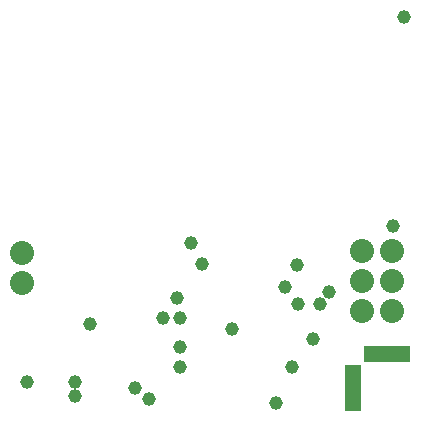
<source format=gbs>
G75*
%MOIN*%
%OFA0B0*%
%FSLAX25Y25*%
%IPPOS*%
%LPD*%
%AMOC8*
5,1,8,0,0,1.08239X$1,22.5*
%
%ADD10C,0.08000*%
%ADD11R,0.05600X0.05600*%
%ADD12C,0.04562*%
D10*
X0007102Y0051425D03*
X0007102Y0061425D03*
X0120488Y0062016D03*
X0130488Y0062016D03*
X0130488Y0051976D03*
X0120488Y0051976D03*
X0120488Y0041937D03*
X0130488Y0041937D03*
D11*
X0128756Y0027764D03*
X0123756Y0027764D03*
X0117535Y0021543D03*
X0117535Y0016543D03*
X0117535Y0011543D03*
X0133756Y0027764D03*
D12*
X0008874Y0018512D03*
X0024622Y0018512D03*
X0024622Y0013591D03*
X0044898Y0016346D03*
X0049425Y0012803D03*
X0059858Y0023236D03*
X0059858Y0029929D03*
X0059858Y0039575D03*
X0054150Y0039575D03*
X0058874Y0046465D03*
X0066945Y0057882D03*
X0063402Y0064575D03*
X0077181Y0036031D03*
X0094898Y0050205D03*
X0099031Y0044299D03*
X0106315Y0044299D03*
X0109268Y0048433D03*
X0098638Y0057488D03*
X0103953Y0032882D03*
X0097063Y0023236D03*
X0091748Y0011425D03*
X0130921Y0070480D03*
X0134465Y0140165D03*
X0029740Y0037803D03*
M02*

</source>
